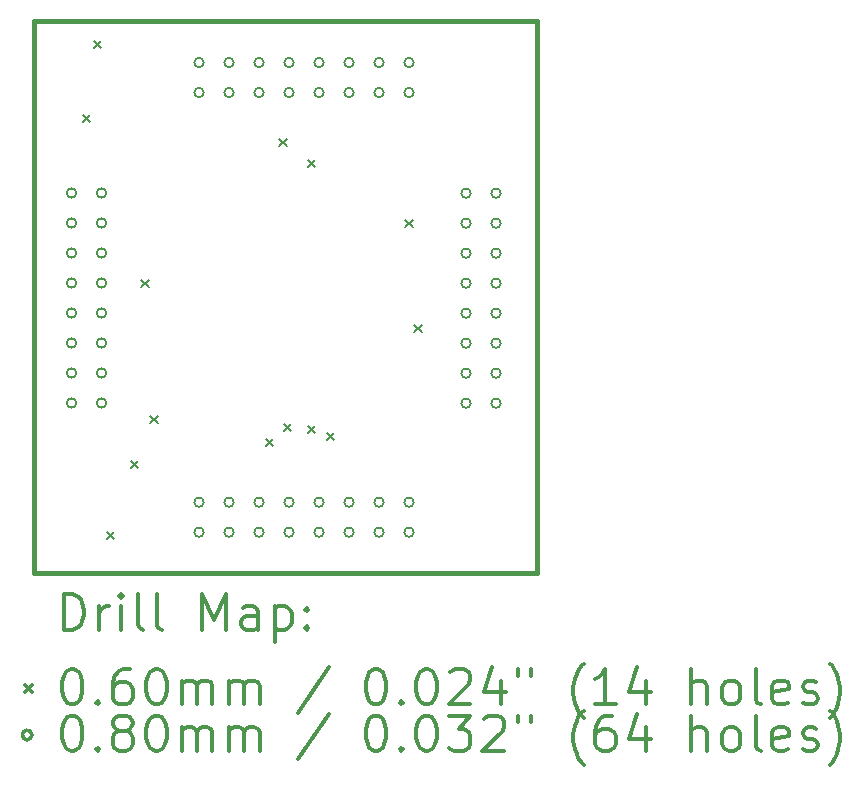
<source format=gbr>
%FSLAX45Y45*%
G04 Gerber Fmt 4.5, Leading zero omitted, Abs format (unit mm)*
G04 Created by KiCad (PCBNEW 4.0.5+dfsg1-4) date Wed May 16 23:13:18 2018*
%MOMM*%
%LPD*%
G01*
G04 APERTURE LIST*
%ADD10C,0.127000*%
%ADD11C,0.381000*%
%ADD12C,0.200000*%
%ADD13C,0.300000*%
G04 APERTURE END LIST*
D10*
D11*
X10909300Y-4508500D02*
X10922000Y-4508500D01*
X10909300Y-9182100D02*
X10909300Y-4508500D01*
X10922000Y-9182100D02*
X10909300Y-9182100D01*
X15163800Y-9182100D02*
X10922000Y-9182100D01*
X15163800Y-9169400D02*
X15163800Y-9182100D01*
X15163800Y-4508500D02*
X15163800Y-9169400D01*
X15151100Y-4508500D02*
X15163800Y-4508500D01*
X10922000Y-4508500D02*
X15151100Y-4508500D01*
D12*
X11323828Y-5310378D02*
X11383772Y-5370322D01*
X11383772Y-5310378D02*
X11323828Y-5370322D01*
X11419078Y-4681728D02*
X11479022Y-4741672D01*
X11479022Y-4681728D02*
X11419078Y-4741672D01*
X11527028Y-8834628D02*
X11586972Y-8894572D01*
X11586972Y-8834628D02*
X11527028Y-8894572D01*
X11730228Y-8237728D02*
X11790172Y-8297672D01*
X11790172Y-8237728D02*
X11730228Y-8297672D01*
X11819128Y-6701028D02*
X11879072Y-6760972D01*
X11879072Y-6701028D02*
X11819128Y-6760972D01*
X11895328Y-7856728D02*
X11955272Y-7916672D01*
X11955272Y-7856728D02*
X11895328Y-7916672D01*
X12873228Y-8047228D02*
X12933172Y-8107172D01*
X12933172Y-8047228D02*
X12873228Y-8107172D01*
X12987528Y-5507228D02*
X13047472Y-5567172D01*
X13047472Y-5507228D02*
X12987528Y-5567172D01*
X13025628Y-7920228D02*
X13085572Y-7980172D01*
X13085572Y-7920228D02*
X13025628Y-7980172D01*
X13228828Y-5685028D02*
X13288772Y-5744972D01*
X13288772Y-5685028D02*
X13228828Y-5744972D01*
X13228828Y-7939278D02*
X13288772Y-7999222D01*
X13288772Y-7939278D02*
X13228828Y-7999222D01*
X13387578Y-8002778D02*
X13447522Y-8062722D01*
X13447522Y-8002778D02*
X13387578Y-8062722D01*
X14054328Y-6193028D02*
X14114272Y-6252972D01*
X14114272Y-6193028D02*
X14054328Y-6252972D01*
X14130528Y-7082028D02*
X14190472Y-7141972D01*
X14190472Y-7082028D02*
X14130528Y-7141972D01*
X11266805Y-5969000D02*
G75*
G03X11266805Y-5969000I-40005J0D01*
G01*
X11266805Y-6223000D02*
G75*
G03X11266805Y-6223000I-40005J0D01*
G01*
X11266805Y-6477000D02*
G75*
G03X11266805Y-6477000I-40005J0D01*
G01*
X11266805Y-6731000D02*
G75*
G03X11266805Y-6731000I-40005J0D01*
G01*
X11266805Y-6985000D02*
G75*
G03X11266805Y-6985000I-40005J0D01*
G01*
X11266805Y-7239000D02*
G75*
G03X11266805Y-7239000I-40005J0D01*
G01*
X11266805Y-7493000D02*
G75*
G03X11266805Y-7493000I-40005J0D01*
G01*
X11266805Y-7747000D02*
G75*
G03X11266805Y-7747000I-40005J0D01*
G01*
X11520805Y-5969000D02*
G75*
G03X11520805Y-5969000I-40005J0D01*
G01*
X11520805Y-6223000D02*
G75*
G03X11520805Y-6223000I-40005J0D01*
G01*
X11520805Y-6477000D02*
G75*
G03X11520805Y-6477000I-40005J0D01*
G01*
X11520805Y-6731000D02*
G75*
G03X11520805Y-6731000I-40005J0D01*
G01*
X11520805Y-6985000D02*
G75*
G03X11520805Y-6985000I-40005J0D01*
G01*
X11520805Y-7239000D02*
G75*
G03X11520805Y-7239000I-40005J0D01*
G01*
X11520805Y-7493000D02*
G75*
G03X11520805Y-7493000I-40005J0D01*
G01*
X11520805Y-7747000D02*
G75*
G03X11520805Y-7747000I-40005J0D01*
G01*
X12346305Y-4864100D02*
G75*
G03X12346305Y-4864100I-40005J0D01*
G01*
X12346305Y-5118100D02*
G75*
G03X12346305Y-5118100I-40005J0D01*
G01*
X12346305Y-8585200D02*
G75*
G03X12346305Y-8585200I-40005J0D01*
G01*
X12346305Y-8839200D02*
G75*
G03X12346305Y-8839200I-40005J0D01*
G01*
X12600305Y-4864100D02*
G75*
G03X12600305Y-4864100I-40005J0D01*
G01*
X12600305Y-5118100D02*
G75*
G03X12600305Y-5118100I-40005J0D01*
G01*
X12600305Y-8585200D02*
G75*
G03X12600305Y-8585200I-40005J0D01*
G01*
X12600305Y-8839200D02*
G75*
G03X12600305Y-8839200I-40005J0D01*
G01*
X12854305Y-4864100D02*
G75*
G03X12854305Y-4864100I-40005J0D01*
G01*
X12854305Y-5118100D02*
G75*
G03X12854305Y-5118100I-40005J0D01*
G01*
X12854305Y-8585200D02*
G75*
G03X12854305Y-8585200I-40005J0D01*
G01*
X12854305Y-8839200D02*
G75*
G03X12854305Y-8839200I-40005J0D01*
G01*
X13108305Y-4864100D02*
G75*
G03X13108305Y-4864100I-40005J0D01*
G01*
X13108305Y-5118100D02*
G75*
G03X13108305Y-5118100I-40005J0D01*
G01*
X13108305Y-8585200D02*
G75*
G03X13108305Y-8585200I-40005J0D01*
G01*
X13108305Y-8839200D02*
G75*
G03X13108305Y-8839200I-40005J0D01*
G01*
X13362305Y-4864100D02*
G75*
G03X13362305Y-4864100I-40005J0D01*
G01*
X13362305Y-5118100D02*
G75*
G03X13362305Y-5118100I-40005J0D01*
G01*
X13362305Y-8585200D02*
G75*
G03X13362305Y-8585200I-40005J0D01*
G01*
X13362305Y-8839200D02*
G75*
G03X13362305Y-8839200I-40005J0D01*
G01*
X13616305Y-4864100D02*
G75*
G03X13616305Y-4864100I-40005J0D01*
G01*
X13616305Y-5118100D02*
G75*
G03X13616305Y-5118100I-40005J0D01*
G01*
X13616305Y-8585200D02*
G75*
G03X13616305Y-8585200I-40005J0D01*
G01*
X13616305Y-8839200D02*
G75*
G03X13616305Y-8839200I-40005J0D01*
G01*
X13870305Y-4864100D02*
G75*
G03X13870305Y-4864100I-40005J0D01*
G01*
X13870305Y-5118100D02*
G75*
G03X13870305Y-5118100I-40005J0D01*
G01*
X13870305Y-8585200D02*
G75*
G03X13870305Y-8585200I-40005J0D01*
G01*
X13870305Y-8839200D02*
G75*
G03X13870305Y-8839200I-40005J0D01*
G01*
X14124305Y-4864100D02*
G75*
G03X14124305Y-4864100I-40005J0D01*
G01*
X14124305Y-5118100D02*
G75*
G03X14124305Y-5118100I-40005J0D01*
G01*
X14124305Y-8585200D02*
G75*
G03X14124305Y-8585200I-40005J0D01*
G01*
X14124305Y-8839200D02*
G75*
G03X14124305Y-8839200I-40005J0D01*
G01*
X14606905Y-5969000D02*
G75*
G03X14606905Y-5969000I-40005J0D01*
G01*
X14606905Y-6223000D02*
G75*
G03X14606905Y-6223000I-40005J0D01*
G01*
X14606905Y-6477000D02*
G75*
G03X14606905Y-6477000I-40005J0D01*
G01*
X14606905Y-6731000D02*
G75*
G03X14606905Y-6731000I-40005J0D01*
G01*
X14606905Y-6985000D02*
G75*
G03X14606905Y-6985000I-40005J0D01*
G01*
X14606905Y-7239000D02*
G75*
G03X14606905Y-7239000I-40005J0D01*
G01*
X14606905Y-7493000D02*
G75*
G03X14606905Y-7493000I-40005J0D01*
G01*
X14606905Y-7747000D02*
G75*
G03X14606905Y-7747000I-40005J0D01*
G01*
X14860905Y-5969000D02*
G75*
G03X14860905Y-5969000I-40005J0D01*
G01*
X14860905Y-6223000D02*
G75*
G03X14860905Y-6223000I-40005J0D01*
G01*
X14860905Y-6477000D02*
G75*
G03X14860905Y-6477000I-40005J0D01*
G01*
X14860905Y-6731000D02*
G75*
G03X14860905Y-6731000I-40005J0D01*
G01*
X14860905Y-6985000D02*
G75*
G03X14860905Y-6985000I-40005J0D01*
G01*
X14860905Y-7239000D02*
G75*
G03X14860905Y-7239000I-40005J0D01*
G01*
X14860905Y-7493000D02*
G75*
G03X14860905Y-7493000I-40005J0D01*
G01*
X14860905Y-7747000D02*
G75*
G03X14860905Y-7747000I-40005J0D01*
G01*
D13*
X11161679Y-9666864D02*
X11161679Y-9366864D01*
X11233107Y-9366864D01*
X11275964Y-9381150D01*
X11304536Y-9409722D01*
X11318821Y-9438293D01*
X11333107Y-9495436D01*
X11333107Y-9538293D01*
X11318821Y-9595436D01*
X11304536Y-9624007D01*
X11275964Y-9652579D01*
X11233107Y-9666864D01*
X11161679Y-9666864D01*
X11461678Y-9666864D02*
X11461678Y-9466864D01*
X11461678Y-9524007D02*
X11475964Y-9495436D01*
X11490250Y-9481150D01*
X11518821Y-9466864D01*
X11547393Y-9466864D01*
X11647393Y-9666864D02*
X11647393Y-9466864D01*
X11647393Y-9366864D02*
X11633107Y-9381150D01*
X11647393Y-9395436D01*
X11661678Y-9381150D01*
X11647393Y-9366864D01*
X11647393Y-9395436D01*
X11833107Y-9666864D02*
X11804536Y-9652579D01*
X11790250Y-9624007D01*
X11790250Y-9366864D01*
X11990250Y-9666864D02*
X11961678Y-9652579D01*
X11947393Y-9624007D01*
X11947393Y-9366864D01*
X12333107Y-9666864D02*
X12333107Y-9366864D01*
X12433107Y-9581150D01*
X12533107Y-9366864D01*
X12533107Y-9666864D01*
X12804536Y-9666864D02*
X12804536Y-9509722D01*
X12790250Y-9481150D01*
X12761678Y-9466864D01*
X12704536Y-9466864D01*
X12675964Y-9481150D01*
X12804536Y-9652579D02*
X12775964Y-9666864D01*
X12704536Y-9666864D01*
X12675964Y-9652579D01*
X12661678Y-9624007D01*
X12661678Y-9595436D01*
X12675964Y-9566864D01*
X12704536Y-9552579D01*
X12775964Y-9552579D01*
X12804536Y-9538293D01*
X12947393Y-9466864D02*
X12947393Y-9766864D01*
X12947393Y-9481150D02*
X12975964Y-9466864D01*
X13033107Y-9466864D01*
X13061678Y-9481150D01*
X13075964Y-9495436D01*
X13090250Y-9524007D01*
X13090250Y-9609722D01*
X13075964Y-9638293D01*
X13061678Y-9652579D01*
X13033107Y-9666864D01*
X12975964Y-9666864D01*
X12947393Y-9652579D01*
X13218821Y-9638293D02*
X13233107Y-9652579D01*
X13218821Y-9666864D01*
X13204536Y-9652579D01*
X13218821Y-9638293D01*
X13218821Y-9666864D01*
X13218821Y-9481150D02*
X13233107Y-9495436D01*
X13218821Y-9509722D01*
X13204536Y-9495436D01*
X13218821Y-9481150D01*
X13218821Y-9509722D01*
X10830306Y-10131178D02*
X10890250Y-10191122D01*
X10890250Y-10131178D02*
X10830306Y-10191122D01*
X11218821Y-9996864D02*
X11247393Y-9996864D01*
X11275964Y-10011150D01*
X11290250Y-10025436D01*
X11304536Y-10054007D01*
X11318821Y-10111150D01*
X11318821Y-10182579D01*
X11304536Y-10239722D01*
X11290250Y-10268293D01*
X11275964Y-10282579D01*
X11247393Y-10296864D01*
X11218821Y-10296864D01*
X11190250Y-10282579D01*
X11175964Y-10268293D01*
X11161679Y-10239722D01*
X11147393Y-10182579D01*
X11147393Y-10111150D01*
X11161679Y-10054007D01*
X11175964Y-10025436D01*
X11190250Y-10011150D01*
X11218821Y-9996864D01*
X11447393Y-10268293D02*
X11461678Y-10282579D01*
X11447393Y-10296864D01*
X11433107Y-10282579D01*
X11447393Y-10268293D01*
X11447393Y-10296864D01*
X11718821Y-9996864D02*
X11661678Y-9996864D01*
X11633107Y-10011150D01*
X11618821Y-10025436D01*
X11590250Y-10068293D01*
X11575964Y-10125436D01*
X11575964Y-10239722D01*
X11590250Y-10268293D01*
X11604536Y-10282579D01*
X11633107Y-10296864D01*
X11690250Y-10296864D01*
X11718821Y-10282579D01*
X11733107Y-10268293D01*
X11747393Y-10239722D01*
X11747393Y-10168293D01*
X11733107Y-10139722D01*
X11718821Y-10125436D01*
X11690250Y-10111150D01*
X11633107Y-10111150D01*
X11604536Y-10125436D01*
X11590250Y-10139722D01*
X11575964Y-10168293D01*
X11933107Y-9996864D02*
X11961678Y-9996864D01*
X11990250Y-10011150D01*
X12004536Y-10025436D01*
X12018821Y-10054007D01*
X12033107Y-10111150D01*
X12033107Y-10182579D01*
X12018821Y-10239722D01*
X12004536Y-10268293D01*
X11990250Y-10282579D01*
X11961678Y-10296864D01*
X11933107Y-10296864D01*
X11904536Y-10282579D01*
X11890250Y-10268293D01*
X11875964Y-10239722D01*
X11861678Y-10182579D01*
X11861678Y-10111150D01*
X11875964Y-10054007D01*
X11890250Y-10025436D01*
X11904536Y-10011150D01*
X11933107Y-9996864D01*
X12161678Y-10296864D02*
X12161678Y-10096864D01*
X12161678Y-10125436D02*
X12175964Y-10111150D01*
X12204536Y-10096864D01*
X12247393Y-10096864D01*
X12275964Y-10111150D01*
X12290250Y-10139722D01*
X12290250Y-10296864D01*
X12290250Y-10139722D02*
X12304536Y-10111150D01*
X12333107Y-10096864D01*
X12375964Y-10096864D01*
X12404536Y-10111150D01*
X12418821Y-10139722D01*
X12418821Y-10296864D01*
X12561678Y-10296864D02*
X12561678Y-10096864D01*
X12561678Y-10125436D02*
X12575964Y-10111150D01*
X12604536Y-10096864D01*
X12647393Y-10096864D01*
X12675964Y-10111150D01*
X12690250Y-10139722D01*
X12690250Y-10296864D01*
X12690250Y-10139722D02*
X12704536Y-10111150D01*
X12733107Y-10096864D01*
X12775964Y-10096864D01*
X12804536Y-10111150D01*
X12818821Y-10139722D01*
X12818821Y-10296864D01*
X13404536Y-9982579D02*
X13147393Y-10368293D01*
X13790250Y-9996864D02*
X13818821Y-9996864D01*
X13847393Y-10011150D01*
X13861678Y-10025436D01*
X13875964Y-10054007D01*
X13890250Y-10111150D01*
X13890250Y-10182579D01*
X13875964Y-10239722D01*
X13861678Y-10268293D01*
X13847393Y-10282579D01*
X13818821Y-10296864D01*
X13790250Y-10296864D01*
X13761678Y-10282579D01*
X13747393Y-10268293D01*
X13733107Y-10239722D01*
X13718821Y-10182579D01*
X13718821Y-10111150D01*
X13733107Y-10054007D01*
X13747393Y-10025436D01*
X13761678Y-10011150D01*
X13790250Y-9996864D01*
X14018821Y-10268293D02*
X14033107Y-10282579D01*
X14018821Y-10296864D01*
X14004536Y-10282579D01*
X14018821Y-10268293D01*
X14018821Y-10296864D01*
X14218821Y-9996864D02*
X14247393Y-9996864D01*
X14275964Y-10011150D01*
X14290250Y-10025436D01*
X14304535Y-10054007D01*
X14318821Y-10111150D01*
X14318821Y-10182579D01*
X14304535Y-10239722D01*
X14290250Y-10268293D01*
X14275964Y-10282579D01*
X14247393Y-10296864D01*
X14218821Y-10296864D01*
X14190250Y-10282579D01*
X14175964Y-10268293D01*
X14161678Y-10239722D01*
X14147393Y-10182579D01*
X14147393Y-10111150D01*
X14161678Y-10054007D01*
X14175964Y-10025436D01*
X14190250Y-10011150D01*
X14218821Y-9996864D01*
X14433107Y-10025436D02*
X14447393Y-10011150D01*
X14475964Y-9996864D01*
X14547393Y-9996864D01*
X14575964Y-10011150D01*
X14590250Y-10025436D01*
X14604535Y-10054007D01*
X14604535Y-10082579D01*
X14590250Y-10125436D01*
X14418821Y-10296864D01*
X14604535Y-10296864D01*
X14861678Y-10096864D02*
X14861678Y-10296864D01*
X14790250Y-9982579D02*
X14718821Y-10196864D01*
X14904535Y-10196864D01*
X15004536Y-9996864D02*
X15004536Y-10054007D01*
X15118821Y-9996864D02*
X15118821Y-10054007D01*
X15561678Y-10411150D02*
X15547393Y-10396864D01*
X15518821Y-10354007D01*
X15504535Y-10325436D01*
X15490250Y-10282579D01*
X15475964Y-10211150D01*
X15475964Y-10154007D01*
X15490250Y-10082579D01*
X15504535Y-10039722D01*
X15518821Y-10011150D01*
X15547393Y-9968293D01*
X15561678Y-9954007D01*
X15833107Y-10296864D02*
X15661678Y-10296864D01*
X15747393Y-10296864D02*
X15747393Y-9996864D01*
X15718821Y-10039722D01*
X15690250Y-10068293D01*
X15661678Y-10082579D01*
X16090250Y-10096864D02*
X16090250Y-10296864D01*
X16018821Y-9982579D02*
X15947393Y-10196864D01*
X16133107Y-10196864D01*
X16475964Y-10296864D02*
X16475964Y-9996864D01*
X16604535Y-10296864D02*
X16604535Y-10139722D01*
X16590250Y-10111150D01*
X16561678Y-10096864D01*
X16518821Y-10096864D01*
X16490250Y-10111150D01*
X16475964Y-10125436D01*
X16790250Y-10296864D02*
X16761678Y-10282579D01*
X16747393Y-10268293D01*
X16733107Y-10239722D01*
X16733107Y-10154007D01*
X16747393Y-10125436D01*
X16761678Y-10111150D01*
X16790250Y-10096864D01*
X16833107Y-10096864D01*
X16861678Y-10111150D01*
X16875964Y-10125436D01*
X16890250Y-10154007D01*
X16890250Y-10239722D01*
X16875964Y-10268293D01*
X16861678Y-10282579D01*
X16833107Y-10296864D01*
X16790250Y-10296864D01*
X17061678Y-10296864D02*
X17033107Y-10282579D01*
X17018821Y-10254007D01*
X17018821Y-9996864D01*
X17290250Y-10282579D02*
X17261679Y-10296864D01*
X17204536Y-10296864D01*
X17175964Y-10282579D01*
X17161679Y-10254007D01*
X17161679Y-10139722D01*
X17175964Y-10111150D01*
X17204536Y-10096864D01*
X17261679Y-10096864D01*
X17290250Y-10111150D01*
X17304536Y-10139722D01*
X17304536Y-10168293D01*
X17161679Y-10196864D01*
X17418821Y-10282579D02*
X17447393Y-10296864D01*
X17504536Y-10296864D01*
X17533107Y-10282579D01*
X17547393Y-10254007D01*
X17547393Y-10239722D01*
X17533107Y-10211150D01*
X17504536Y-10196864D01*
X17461679Y-10196864D01*
X17433107Y-10182579D01*
X17418821Y-10154007D01*
X17418821Y-10139722D01*
X17433107Y-10111150D01*
X17461679Y-10096864D01*
X17504536Y-10096864D01*
X17533107Y-10111150D01*
X17647393Y-10411150D02*
X17661679Y-10396864D01*
X17690250Y-10354007D01*
X17704536Y-10325436D01*
X17718821Y-10282579D01*
X17733107Y-10211150D01*
X17733107Y-10154007D01*
X17718821Y-10082579D01*
X17704536Y-10039722D01*
X17690250Y-10011150D01*
X17661679Y-9968293D01*
X17647393Y-9954007D01*
X10890250Y-10557150D02*
G75*
G03X10890250Y-10557150I-40005J0D01*
G01*
X11218821Y-10392864D02*
X11247393Y-10392864D01*
X11275964Y-10407150D01*
X11290250Y-10421436D01*
X11304536Y-10450007D01*
X11318821Y-10507150D01*
X11318821Y-10578579D01*
X11304536Y-10635722D01*
X11290250Y-10664293D01*
X11275964Y-10678579D01*
X11247393Y-10692864D01*
X11218821Y-10692864D01*
X11190250Y-10678579D01*
X11175964Y-10664293D01*
X11161679Y-10635722D01*
X11147393Y-10578579D01*
X11147393Y-10507150D01*
X11161679Y-10450007D01*
X11175964Y-10421436D01*
X11190250Y-10407150D01*
X11218821Y-10392864D01*
X11447393Y-10664293D02*
X11461678Y-10678579D01*
X11447393Y-10692864D01*
X11433107Y-10678579D01*
X11447393Y-10664293D01*
X11447393Y-10692864D01*
X11633107Y-10521436D02*
X11604536Y-10507150D01*
X11590250Y-10492864D01*
X11575964Y-10464293D01*
X11575964Y-10450007D01*
X11590250Y-10421436D01*
X11604536Y-10407150D01*
X11633107Y-10392864D01*
X11690250Y-10392864D01*
X11718821Y-10407150D01*
X11733107Y-10421436D01*
X11747393Y-10450007D01*
X11747393Y-10464293D01*
X11733107Y-10492864D01*
X11718821Y-10507150D01*
X11690250Y-10521436D01*
X11633107Y-10521436D01*
X11604536Y-10535722D01*
X11590250Y-10550007D01*
X11575964Y-10578579D01*
X11575964Y-10635722D01*
X11590250Y-10664293D01*
X11604536Y-10678579D01*
X11633107Y-10692864D01*
X11690250Y-10692864D01*
X11718821Y-10678579D01*
X11733107Y-10664293D01*
X11747393Y-10635722D01*
X11747393Y-10578579D01*
X11733107Y-10550007D01*
X11718821Y-10535722D01*
X11690250Y-10521436D01*
X11933107Y-10392864D02*
X11961678Y-10392864D01*
X11990250Y-10407150D01*
X12004536Y-10421436D01*
X12018821Y-10450007D01*
X12033107Y-10507150D01*
X12033107Y-10578579D01*
X12018821Y-10635722D01*
X12004536Y-10664293D01*
X11990250Y-10678579D01*
X11961678Y-10692864D01*
X11933107Y-10692864D01*
X11904536Y-10678579D01*
X11890250Y-10664293D01*
X11875964Y-10635722D01*
X11861678Y-10578579D01*
X11861678Y-10507150D01*
X11875964Y-10450007D01*
X11890250Y-10421436D01*
X11904536Y-10407150D01*
X11933107Y-10392864D01*
X12161678Y-10692864D02*
X12161678Y-10492864D01*
X12161678Y-10521436D02*
X12175964Y-10507150D01*
X12204536Y-10492864D01*
X12247393Y-10492864D01*
X12275964Y-10507150D01*
X12290250Y-10535722D01*
X12290250Y-10692864D01*
X12290250Y-10535722D02*
X12304536Y-10507150D01*
X12333107Y-10492864D01*
X12375964Y-10492864D01*
X12404536Y-10507150D01*
X12418821Y-10535722D01*
X12418821Y-10692864D01*
X12561678Y-10692864D02*
X12561678Y-10492864D01*
X12561678Y-10521436D02*
X12575964Y-10507150D01*
X12604536Y-10492864D01*
X12647393Y-10492864D01*
X12675964Y-10507150D01*
X12690250Y-10535722D01*
X12690250Y-10692864D01*
X12690250Y-10535722D02*
X12704536Y-10507150D01*
X12733107Y-10492864D01*
X12775964Y-10492864D01*
X12804536Y-10507150D01*
X12818821Y-10535722D01*
X12818821Y-10692864D01*
X13404536Y-10378579D02*
X13147393Y-10764293D01*
X13790250Y-10392864D02*
X13818821Y-10392864D01*
X13847393Y-10407150D01*
X13861678Y-10421436D01*
X13875964Y-10450007D01*
X13890250Y-10507150D01*
X13890250Y-10578579D01*
X13875964Y-10635722D01*
X13861678Y-10664293D01*
X13847393Y-10678579D01*
X13818821Y-10692864D01*
X13790250Y-10692864D01*
X13761678Y-10678579D01*
X13747393Y-10664293D01*
X13733107Y-10635722D01*
X13718821Y-10578579D01*
X13718821Y-10507150D01*
X13733107Y-10450007D01*
X13747393Y-10421436D01*
X13761678Y-10407150D01*
X13790250Y-10392864D01*
X14018821Y-10664293D02*
X14033107Y-10678579D01*
X14018821Y-10692864D01*
X14004536Y-10678579D01*
X14018821Y-10664293D01*
X14018821Y-10692864D01*
X14218821Y-10392864D02*
X14247393Y-10392864D01*
X14275964Y-10407150D01*
X14290250Y-10421436D01*
X14304535Y-10450007D01*
X14318821Y-10507150D01*
X14318821Y-10578579D01*
X14304535Y-10635722D01*
X14290250Y-10664293D01*
X14275964Y-10678579D01*
X14247393Y-10692864D01*
X14218821Y-10692864D01*
X14190250Y-10678579D01*
X14175964Y-10664293D01*
X14161678Y-10635722D01*
X14147393Y-10578579D01*
X14147393Y-10507150D01*
X14161678Y-10450007D01*
X14175964Y-10421436D01*
X14190250Y-10407150D01*
X14218821Y-10392864D01*
X14418821Y-10392864D02*
X14604535Y-10392864D01*
X14504535Y-10507150D01*
X14547393Y-10507150D01*
X14575964Y-10521436D01*
X14590250Y-10535722D01*
X14604535Y-10564293D01*
X14604535Y-10635722D01*
X14590250Y-10664293D01*
X14575964Y-10678579D01*
X14547393Y-10692864D01*
X14461678Y-10692864D01*
X14433107Y-10678579D01*
X14418821Y-10664293D01*
X14718821Y-10421436D02*
X14733107Y-10407150D01*
X14761678Y-10392864D01*
X14833107Y-10392864D01*
X14861678Y-10407150D01*
X14875964Y-10421436D01*
X14890250Y-10450007D01*
X14890250Y-10478579D01*
X14875964Y-10521436D01*
X14704535Y-10692864D01*
X14890250Y-10692864D01*
X15004536Y-10392864D02*
X15004536Y-10450007D01*
X15118821Y-10392864D02*
X15118821Y-10450007D01*
X15561678Y-10807150D02*
X15547393Y-10792864D01*
X15518821Y-10750007D01*
X15504535Y-10721436D01*
X15490250Y-10678579D01*
X15475964Y-10607150D01*
X15475964Y-10550007D01*
X15490250Y-10478579D01*
X15504535Y-10435722D01*
X15518821Y-10407150D01*
X15547393Y-10364293D01*
X15561678Y-10350007D01*
X15804535Y-10392864D02*
X15747393Y-10392864D01*
X15718821Y-10407150D01*
X15704535Y-10421436D01*
X15675964Y-10464293D01*
X15661678Y-10521436D01*
X15661678Y-10635722D01*
X15675964Y-10664293D01*
X15690250Y-10678579D01*
X15718821Y-10692864D01*
X15775964Y-10692864D01*
X15804535Y-10678579D01*
X15818821Y-10664293D01*
X15833107Y-10635722D01*
X15833107Y-10564293D01*
X15818821Y-10535722D01*
X15804535Y-10521436D01*
X15775964Y-10507150D01*
X15718821Y-10507150D01*
X15690250Y-10521436D01*
X15675964Y-10535722D01*
X15661678Y-10564293D01*
X16090250Y-10492864D02*
X16090250Y-10692864D01*
X16018821Y-10378579D02*
X15947393Y-10592864D01*
X16133107Y-10592864D01*
X16475964Y-10692864D02*
X16475964Y-10392864D01*
X16604535Y-10692864D02*
X16604535Y-10535722D01*
X16590250Y-10507150D01*
X16561678Y-10492864D01*
X16518821Y-10492864D01*
X16490250Y-10507150D01*
X16475964Y-10521436D01*
X16790250Y-10692864D02*
X16761678Y-10678579D01*
X16747393Y-10664293D01*
X16733107Y-10635722D01*
X16733107Y-10550007D01*
X16747393Y-10521436D01*
X16761678Y-10507150D01*
X16790250Y-10492864D01*
X16833107Y-10492864D01*
X16861678Y-10507150D01*
X16875964Y-10521436D01*
X16890250Y-10550007D01*
X16890250Y-10635722D01*
X16875964Y-10664293D01*
X16861678Y-10678579D01*
X16833107Y-10692864D01*
X16790250Y-10692864D01*
X17061678Y-10692864D02*
X17033107Y-10678579D01*
X17018821Y-10650007D01*
X17018821Y-10392864D01*
X17290250Y-10678579D02*
X17261679Y-10692864D01*
X17204536Y-10692864D01*
X17175964Y-10678579D01*
X17161679Y-10650007D01*
X17161679Y-10535722D01*
X17175964Y-10507150D01*
X17204536Y-10492864D01*
X17261679Y-10492864D01*
X17290250Y-10507150D01*
X17304536Y-10535722D01*
X17304536Y-10564293D01*
X17161679Y-10592864D01*
X17418821Y-10678579D02*
X17447393Y-10692864D01*
X17504536Y-10692864D01*
X17533107Y-10678579D01*
X17547393Y-10650007D01*
X17547393Y-10635722D01*
X17533107Y-10607150D01*
X17504536Y-10592864D01*
X17461679Y-10592864D01*
X17433107Y-10578579D01*
X17418821Y-10550007D01*
X17418821Y-10535722D01*
X17433107Y-10507150D01*
X17461679Y-10492864D01*
X17504536Y-10492864D01*
X17533107Y-10507150D01*
X17647393Y-10807150D02*
X17661679Y-10792864D01*
X17690250Y-10750007D01*
X17704536Y-10721436D01*
X17718821Y-10678579D01*
X17733107Y-10607150D01*
X17733107Y-10550007D01*
X17718821Y-10478579D01*
X17704536Y-10435722D01*
X17690250Y-10407150D01*
X17661679Y-10364293D01*
X17647393Y-10350007D01*
M02*

</source>
